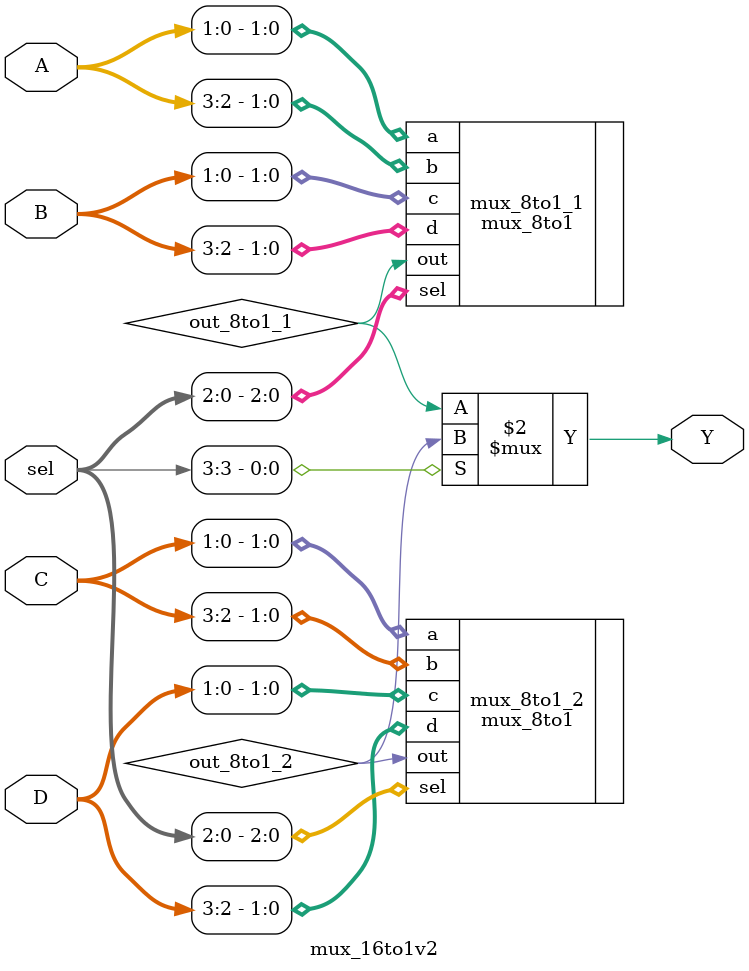
<source format=v>
`timescale 1ns / 1ps
module mux_16to1v2(
    input   [3:0]   A,      // ÀÔ·Â A (4ºñÆ®)
    input   [3:0]   B,      // ÀÔ·Â B (4ºñÆ®)
    input   [3:0]   C,      // ÀÔ·Â C (4ºñÆ®)
    input   [3:0]   D,      // ÀÔ·Â D (4ºñÆ®)
    input   [3:0]   sel,    // ¼±ÅÃ ½ÅÈ£ (4ºñÆ®)
    output          Y       // Ãâ·Â Y
    );
    
    wire out_8to1_1, out_8to1_2; // 8:1 ¸ÖÆ¼ÇÃ·º¼­ Ãâ·Â ½ÅÈ£ ¼±¾ð

    // Ã¹ ¹øÂ° 8:1 ¸ÖÆ¼ÇÃ·º¼­ ÀÎ½ºÅÏ½º
    mux_8to1 mux_8to1_1 (
        .a(A[1:0]),      // AÀÇ ÇÏÀ§ 2ºñÆ®
        .b(A[3:2]),      // AÀÇ »óÀ§ 2ºñÆ®
        .c(B[1:0]),      // BÀÇ ÇÏÀ§ 2ºñÆ®
        .d(B[3:2]),      // BÀÇ »óÀ§ 2ºñÆ®
        .sel(sel[2:0]),  // ÇÏÀ§ 3ºñÆ® ¼±ÅÃ ½ÅÈ£
        .out(out_8to1_1) // Ã¹ ¹øÂ° 8:1 MUX Ãâ·Â
    );

    // µÎ ¹øÂ° 8:1 ¸ÖÆ¼ÇÃ·º¼­ ÀÎ½ºÅÏ½º
    mux_8to1 mux_8to1_2 (
        .a(C[1:0]),      // CÀÇ ÇÏÀ§ 2ºñÆ®
        .b(C[3:2]),      // CÀÇ »óÀ§ 2ºñÆ®
        .c(D[1:0]),      // DÀÇ ÇÏÀ§ 2ºñÆ®
        .d(D[3:2]),      // DÀÇ »óÀ§ 2ºñÆ®
        .sel(sel[2:0]),  // ÇÏÀ§ 3ºñÆ® ¼±ÅÃ ½ÅÈ£
        .out(out_8to1_2) // µÎ ¹øÂ° 8:1 MUX Ãâ·Â
    );

    // ÃÖÁ¾ Ãâ·Â ¼±ÅÃ: sel[3] ºñÆ®¿¡ µû¶ó µÎ 8:1 MUX Áß ÇÏ³ª¸¦ ¼±ÅÃ
    assign Y = (sel[3] == 0) ? out_8to1_1 : out_8to1_2;
endmodule

</source>
